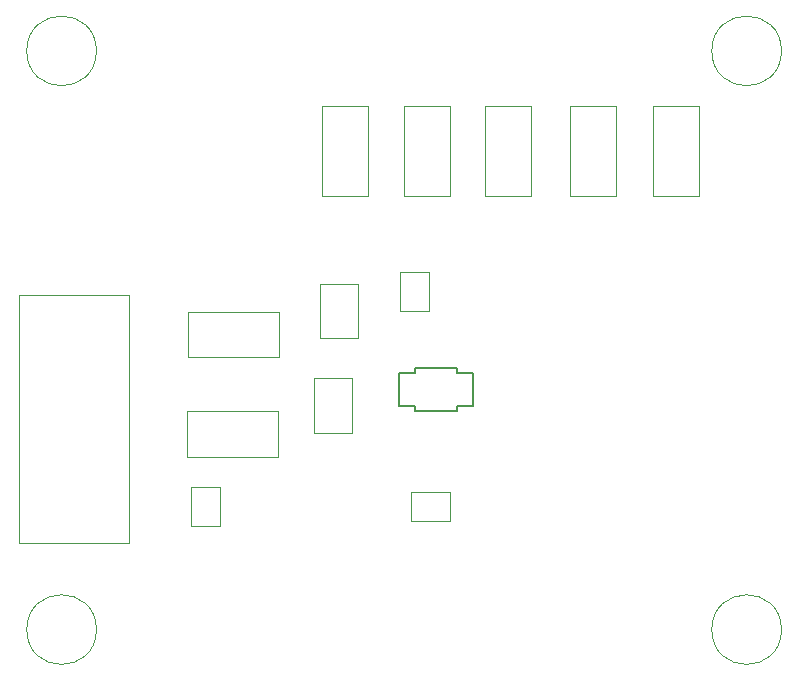
<source format=gbr>
G04 #@! TF.GenerationSoftware,KiCad,Pcbnew,8.0.6-8.0.6-0~ubuntu22.04.1*
G04 #@! TF.CreationDate,2024-11-13T10:01:41+01:00*
G04 #@! TF.ProjectId,INA228_hat,494e4132-3238-45f6-9861-742e6b696361,rev?*
G04 #@! TF.SameCoordinates,Original*
G04 #@! TF.FileFunction,Other,User*
%FSLAX46Y46*%
G04 Gerber Fmt 4.6, Leading zero omitted, Abs format (unit mm)*
G04 Created by KiCad (PCBNEW 8.0.6-8.0.6-0~ubuntu22.04.1) date 2024-11-13 10:01:41*
%MOMM*%
%LPD*%
G01*
G04 APERTURE LIST*
%ADD10C,0.050000*%
%ADD11C,0.152400*%
G04 APERTURE END LIST*
D10*
X139380000Y-52155000D02*
X143220000Y-52155000D01*
X139380000Y-59795000D02*
X139380000Y-52155000D01*
X143220000Y-52155000D02*
X143220000Y-59795000D01*
X143220000Y-59795000D02*
X139380000Y-59795000D01*
X124900000Y-75225000D02*
X128100000Y-75225000D01*
X124900000Y-79825000D02*
X124900000Y-75225000D01*
X128100000Y-75225000D02*
X128100000Y-79825000D01*
X128100000Y-79825000D02*
X124900000Y-79825000D01*
X132125000Y-69550000D02*
X132125000Y-66250000D01*
X132125000Y-69550000D02*
X134625000Y-69550000D01*
X134625000Y-66250000D02*
X132125000Y-66250000D01*
X134625000Y-66250000D02*
X134625000Y-69550000D01*
X114425000Y-87725000D02*
X114425000Y-84425000D01*
X114425000Y-87725000D02*
X116925000Y-87725000D01*
X116925000Y-84425000D02*
X114425000Y-84425000D01*
X116925000Y-84425000D02*
X116925000Y-87725000D01*
X164450000Y-47500000D02*
G75*
G02*
X158550000Y-47500000I-2950000J0D01*
G01*
X158550000Y-47500000D02*
G75*
G02*
X164450000Y-47500000I2950000J0D01*
G01*
X99925000Y-68150000D02*
X99925000Y-89150000D01*
X99925000Y-89150000D02*
X109235000Y-89150000D01*
X109235000Y-68150000D02*
X99925000Y-68150000D01*
X109235000Y-89150000D02*
X109235000Y-68150000D01*
X146580000Y-52167500D02*
X150420000Y-52167500D01*
X146580000Y-59807500D02*
X146580000Y-52167500D01*
X150420000Y-52167500D02*
X150420000Y-59807500D01*
X150420000Y-59807500D02*
X146580000Y-59807500D01*
X106450000Y-96500000D02*
G75*
G02*
X100550000Y-96500000I-2950000J0D01*
G01*
X100550000Y-96500000D02*
G75*
G02*
X106450000Y-96500000I2950000J0D01*
G01*
D11*
X132063099Y-74790150D02*
X133396599Y-74790150D01*
X132063099Y-77577550D02*
X132063099Y-74790150D01*
X132063099Y-77577550D02*
X133396599Y-77577550D01*
X133396599Y-74380450D02*
X137003399Y-74380450D01*
X133396599Y-74790150D02*
X133396599Y-74380450D01*
X133396599Y-77987250D02*
X133396599Y-77577550D01*
X137003399Y-74380450D02*
X137003399Y-74790150D01*
X137003399Y-77577550D02*
X137003399Y-77987250D01*
X137003399Y-77987250D02*
X133396599Y-77987250D01*
X138336899Y-74790150D02*
X137003399Y-74790150D01*
X138336899Y-74790150D02*
X138336899Y-77577550D01*
X138336899Y-77577550D02*
X137003399Y-77577550D01*
D10*
X106450000Y-47500000D02*
G75*
G02*
X100550000Y-47500000I-2950000J0D01*
G01*
X100550000Y-47500000D02*
G75*
G02*
X106450000Y-47500000I2950000J0D01*
G01*
X125580000Y-52142500D02*
X129420000Y-52142500D01*
X125580000Y-59782500D02*
X125580000Y-52142500D01*
X129420000Y-52142500D02*
X129420000Y-59782500D01*
X129420000Y-59782500D02*
X125580000Y-59782500D01*
X132530000Y-52155000D02*
X136370000Y-52155000D01*
X132530000Y-59795000D02*
X132530000Y-52155000D01*
X136370000Y-52155000D02*
X136370000Y-59795000D01*
X136370000Y-59795000D02*
X132530000Y-59795000D01*
X114242500Y-69580000D02*
X121882500Y-69580000D01*
X114242500Y-73420000D02*
X114242500Y-69580000D01*
X121882500Y-69580000D02*
X121882500Y-73420000D01*
X121882500Y-73420000D02*
X114242500Y-73420000D01*
X153605000Y-52167500D02*
X157445000Y-52167500D01*
X153605000Y-59807500D02*
X153605000Y-52167500D01*
X157445000Y-52167500D02*
X157445000Y-59807500D01*
X157445000Y-59807500D02*
X153605000Y-59807500D01*
X114142500Y-78030000D02*
X121782500Y-78030000D01*
X114142500Y-81870000D02*
X114142500Y-78030000D01*
X121782500Y-78030000D02*
X121782500Y-81870000D01*
X121782500Y-81870000D02*
X114142500Y-81870000D01*
X133125000Y-84825000D02*
X133125000Y-87325000D01*
X133125000Y-84825000D02*
X136425000Y-84825000D01*
X136425000Y-87325000D02*
X133125000Y-87325000D01*
X136425000Y-87325000D02*
X136425000Y-84825000D01*
X164450000Y-96500000D02*
G75*
G02*
X158550000Y-96500000I-2950000J0D01*
G01*
X158550000Y-96500000D02*
G75*
G02*
X164450000Y-96500000I2950000J0D01*
G01*
X125400000Y-67225000D02*
X128600000Y-67225000D01*
X125400000Y-71825000D02*
X125400000Y-67225000D01*
X128600000Y-67225000D02*
X128600000Y-71825000D01*
X128600000Y-71825000D02*
X125400000Y-71825000D01*
M02*

</source>
